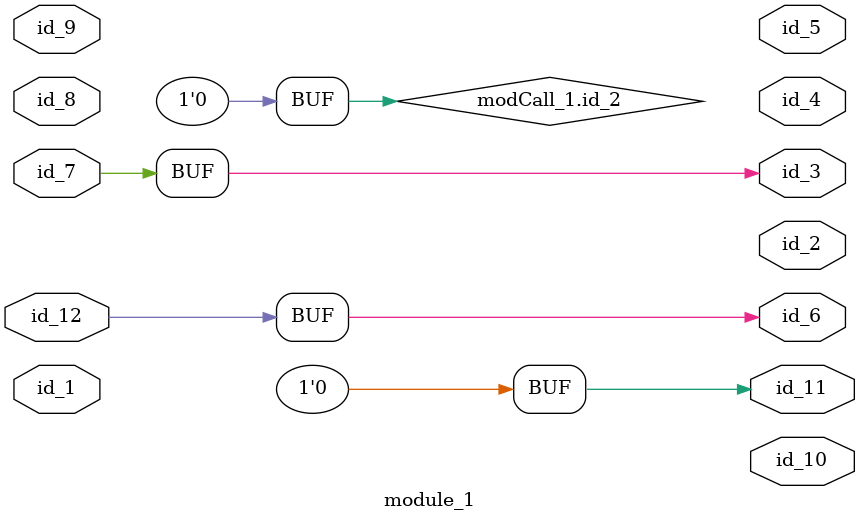
<source format=v>
module module_0;
  wire id_1 = id_1;
  localparam id_2 = id_2 && -1'd0 !== 1'd0;
endmodule
module module_1 (
    id_1,
    id_2,
    id_3,
    id_4,
    id_5,
    id_6,
    id_7,
    id_8,
    id_9,
    id_10,
    id_11,
    id_12
);
  inout wire id_12;
  output wire id_11;
  output wire id_10;
  inout wire id_9;
  input wire id_8;
  input wire id_7;
  output wire id_6;
  output wire id_5;
  output wire id_4;
  output wire id_3;
  output wire id_2;
  input wire id_1;
  wor id_13 = 1 - id_1;
  assign id_11 = 1'h0 + -1'b0;
  assign id_3  = id_7;
  wire id_14, id_15;
  assign id_6 = id_12;
  module_0 modCall_1 ();
  assign modCall_1.id_2 = 0;
endmodule

</source>
